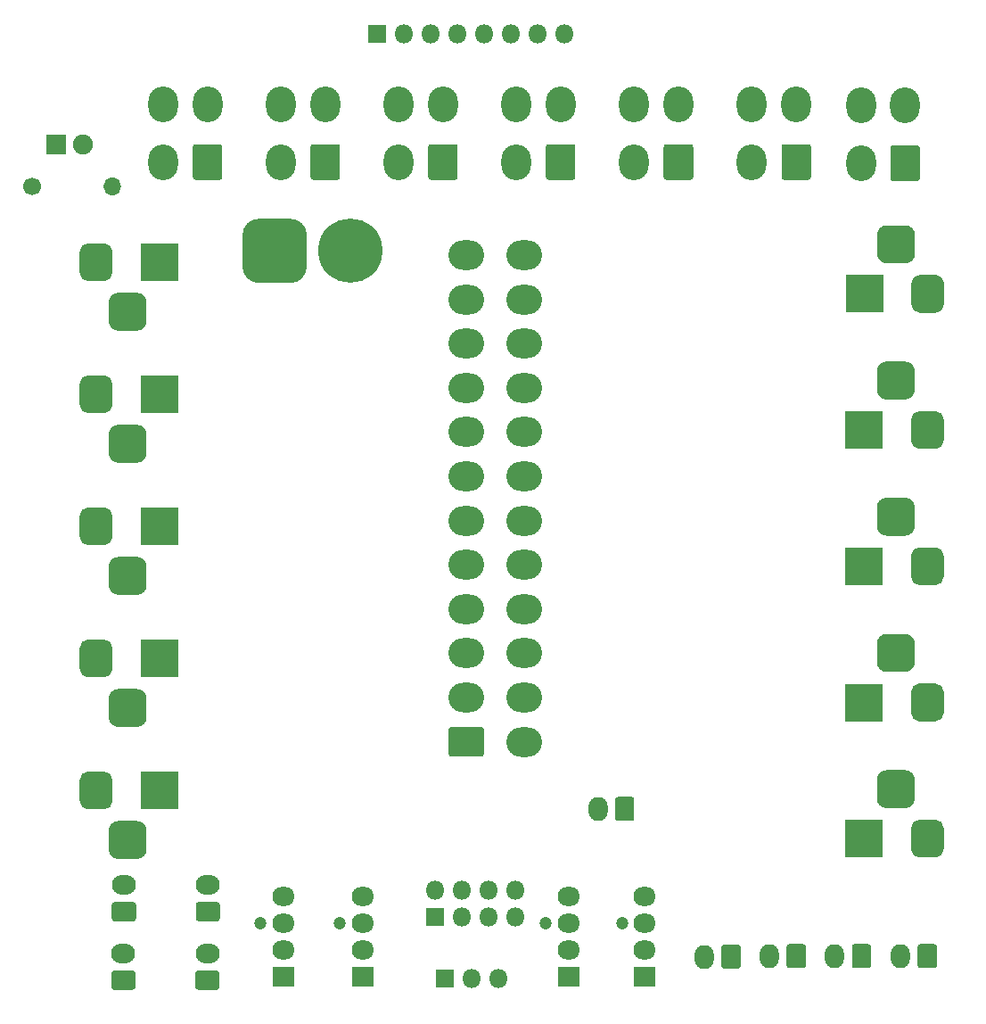
<source format=gbr>
%TF.GenerationSoftware,KiCad,Pcbnew,(5.1.6)-1*%
%TF.CreationDate,2021-08-28T14:53:19+10:00*%
%TF.ProjectId,Power Distro PCB V2,506f7765-7220-4446-9973-74726f205043,rev?*%
%TF.SameCoordinates,Original*%
%TF.FileFunction,Soldermask,Bot*%
%TF.FilePolarity,Negative*%
%FSLAX46Y46*%
G04 Gerber Fmt 4.6, Leading zero omitted, Abs format (unit mm)*
G04 Created by KiCad (PCBNEW (5.1.6)-1) date 2021-08-28 14:53:19*
%MOMM*%
%LPD*%
G01*
G04 APERTURE LIST*
%ADD10O,2.800000X3.400000*%
%ADD11O,1.800000X1.800000*%
%ADD12R,1.800000X1.800000*%
%ADD13C,6.100000*%
%ADD14O,1.700000X1.700000*%
%ADD15C,1.700000*%
%ADD16C,1.900000*%
%ADD17R,1.900000X1.900000*%
%ADD18R,3.600000X3.600000*%
%ADD19O,1.840000X2.290000*%
%ADD20O,2.290000X1.840000*%
%ADD21C,1.200000*%
%ADD22O,2.130000X1.830000*%
%ADD23R,2.130000X1.830000*%
%ADD24O,3.400000X2.800000*%
G04 APERTURE END LIST*
D10*
%TO.C,J35*%
X80661500Y-9203500D03*
X84861500Y-9203500D03*
X80661500Y-14703500D03*
G36*
G01*
X86261500Y-13262760D02*
X86261500Y-16144240D01*
G75*
G02*
X86002240Y-16403500I-259260J0D01*
G01*
X83720760Y-16403500D01*
G75*
G02*
X83461500Y-16144240I0J259260D01*
G01*
X83461500Y-13262760D01*
G75*
G02*
X83720760Y-13003500I259260J0D01*
G01*
X86002240Y-13003500D01*
G75*
G02*
X86261500Y-13262760I0J-259260D01*
G01*
G37*
%TD*%
D11*
%TO.C,J7*%
X52530500Y-2390500D03*
X49990500Y-2390500D03*
X47450500Y-2390500D03*
X44910500Y-2390500D03*
X42370500Y-2390500D03*
X39830500Y-2390500D03*
X37290500Y-2390500D03*
D12*
X34750500Y-2390500D03*
%TD*%
%TO.C,J34*%
G36*
G01*
X21931000Y-24547000D02*
X21931000Y-21497000D01*
G75*
G02*
X23456000Y-19972000I1525000J0D01*
G01*
X26506000Y-19972000D01*
G75*
G02*
X28031000Y-21497000I0J-1525000D01*
G01*
X28031000Y-24547000D01*
G75*
G02*
X26506000Y-26072000I-1525000J0D01*
G01*
X23456000Y-26072000D01*
G75*
G02*
X21931000Y-24547000I0J1525000D01*
G01*
G37*
D13*
X32181000Y-23022000D03*
%TD*%
D11*
%TO.C,J33*%
X46190000Y-92110000D03*
X43650000Y-92110000D03*
D12*
X41110000Y-92110000D03*
%TD*%
D10*
%TO.C,J2*%
X25590500Y-9090500D03*
X29790500Y-9090500D03*
X25590500Y-14590500D03*
G36*
G01*
X31190500Y-13149760D02*
X31190500Y-16031240D01*
G75*
G02*
X30931240Y-16290500I-259260J0D01*
G01*
X28649760Y-16290500D01*
G75*
G02*
X28390500Y-16031240I0J259260D01*
G01*
X28390500Y-13149760D01*
G75*
G02*
X28649760Y-12890500I259260J0D01*
G01*
X30931240Y-12890500D01*
G75*
G02*
X31190500Y-13149760I0J-259260D01*
G01*
G37*
%TD*%
%TO.C,J1*%
G36*
G01*
X20010500Y-13149760D02*
X20010500Y-16031240D01*
G75*
G02*
X19751240Y-16290500I-259260J0D01*
G01*
X17469760Y-16290500D01*
G75*
G02*
X17210500Y-16031240I0J259260D01*
G01*
X17210500Y-13149760D01*
G75*
G02*
X17469760Y-12890500I259260J0D01*
G01*
X19751240Y-12890500D01*
G75*
G02*
X20010500Y-13149760I0J-259260D01*
G01*
G37*
X14410500Y-14590500D03*
X18610500Y-9090500D03*
X14410500Y-9090500D03*
%TD*%
%TO.C,J6*%
G36*
G01*
X75910500Y-13149760D02*
X75910500Y-16031240D01*
G75*
G02*
X75651240Y-16290500I-259260J0D01*
G01*
X73369760Y-16290500D01*
G75*
G02*
X73110500Y-16031240I0J259260D01*
G01*
X73110500Y-13149760D01*
G75*
G02*
X73369760Y-12890500I259260J0D01*
G01*
X75651240Y-12890500D01*
G75*
G02*
X75910500Y-13149760I0J-259260D01*
G01*
G37*
X70310500Y-14590500D03*
X74510500Y-9090500D03*
X70310500Y-9090500D03*
%TD*%
%TO.C,J5*%
G36*
G01*
X64730500Y-13149760D02*
X64730500Y-16031240D01*
G75*
G02*
X64471240Y-16290500I-259260J0D01*
G01*
X62189760Y-16290500D01*
G75*
G02*
X61930500Y-16031240I0J259260D01*
G01*
X61930500Y-13149760D01*
G75*
G02*
X62189760Y-12890500I259260J0D01*
G01*
X64471240Y-12890500D01*
G75*
G02*
X64730500Y-13149760I0J-259260D01*
G01*
G37*
X59130500Y-14590500D03*
X63330500Y-9090500D03*
X59130500Y-9090500D03*
%TD*%
%TO.C,J4*%
G36*
G01*
X53550500Y-13149760D02*
X53550500Y-16031240D01*
G75*
G02*
X53291240Y-16290500I-259260J0D01*
G01*
X51009760Y-16290500D01*
G75*
G02*
X50750500Y-16031240I0J259260D01*
G01*
X50750500Y-13149760D01*
G75*
G02*
X51009760Y-12890500I259260J0D01*
G01*
X53291240Y-12890500D01*
G75*
G02*
X53550500Y-13149760I0J-259260D01*
G01*
G37*
X47950500Y-14590500D03*
X52150500Y-9090500D03*
X47950500Y-9090500D03*
%TD*%
%TO.C,J3*%
G36*
G01*
X42370500Y-13149760D02*
X42370500Y-16031240D01*
G75*
G02*
X42111240Y-16290500I-259260J0D01*
G01*
X39829760Y-16290500D01*
G75*
G02*
X39570500Y-16031240I0J259260D01*
G01*
X39570500Y-13149760D01*
G75*
G02*
X39829760Y-12890500I259260J0D01*
G01*
X42111240Y-12890500D01*
G75*
G02*
X42370500Y-13149760I0J-259260D01*
G01*
G37*
X36770500Y-14590500D03*
X40970500Y-9090500D03*
X36770500Y-9090500D03*
%TD*%
D14*
%TO.C,R1*%
X9600000Y-16900000D03*
D15*
X1980000Y-16900000D03*
%TD*%
D16*
%TO.C,D1*%
X6800000Y-12900000D03*
D17*
X4260000Y-12900000D03*
%TD*%
%TO.C,J21*%
G36*
G01*
X9223600Y-29700000D02*
X9223600Y-27900000D01*
G75*
G02*
X10123600Y-27000000I900000J0D01*
G01*
X11923600Y-27000000D01*
G75*
G02*
X12823600Y-27900000I0J-900000D01*
G01*
X12823600Y-29700000D01*
G75*
G02*
X11923600Y-30600000I-900000J0D01*
G01*
X10123600Y-30600000D01*
G75*
G02*
X9223600Y-29700000I0J900000D01*
G01*
G37*
G36*
G01*
X6473600Y-25125000D02*
X6473600Y-23075000D01*
G75*
G02*
X7248600Y-22300000I775000J0D01*
G01*
X8798600Y-22300000D01*
G75*
G02*
X9573600Y-23075000I0J-775000D01*
G01*
X9573600Y-25125000D01*
G75*
G02*
X8798600Y-25900000I-775000J0D01*
G01*
X7248600Y-25900000D01*
G75*
G02*
X6473600Y-25125000I0J775000D01*
G01*
G37*
D18*
X14023600Y-24100000D03*
%TD*%
%TO.C,J23*%
G36*
G01*
X9223600Y-54771600D02*
X9223600Y-52971600D01*
G75*
G02*
X10123600Y-52071600I900000J0D01*
G01*
X11923600Y-52071600D01*
G75*
G02*
X12823600Y-52971600I0J-900000D01*
G01*
X12823600Y-54771600D01*
G75*
G02*
X11923600Y-55671600I-900000J0D01*
G01*
X10123600Y-55671600D01*
G75*
G02*
X9223600Y-54771600I0J900000D01*
G01*
G37*
G36*
G01*
X6473600Y-50196600D02*
X6473600Y-48146600D01*
G75*
G02*
X7248600Y-47371600I775000J0D01*
G01*
X8798600Y-47371600D01*
G75*
G02*
X9573600Y-48146600I0J-775000D01*
G01*
X9573600Y-50196600D01*
G75*
G02*
X8798600Y-50971600I-775000J0D01*
G01*
X7248600Y-50971600D01*
G75*
G02*
X6473600Y-50196600I0J775000D01*
G01*
G37*
X14023600Y-49171600D03*
%TD*%
%TO.C,J25*%
G36*
G01*
X9223600Y-79843200D02*
X9223600Y-78043200D01*
G75*
G02*
X10123600Y-77143200I900000J0D01*
G01*
X11923600Y-77143200D01*
G75*
G02*
X12823600Y-78043200I0J-900000D01*
G01*
X12823600Y-79843200D01*
G75*
G02*
X11923600Y-80743200I-900000J0D01*
G01*
X10123600Y-80743200D01*
G75*
G02*
X9223600Y-79843200I0J900000D01*
G01*
G37*
G36*
G01*
X6473600Y-75268200D02*
X6473600Y-73218200D01*
G75*
G02*
X7248600Y-72443200I775000J0D01*
G01*
X8798600Y-72443200D01*
G75*
G02*
X9573600Y-73218200I0J-775000D01*
G01*
X9573600Y-75268200D01*
G75*
G02*
X8798600Y-76043200I-775000J0D01*
G01*
X7248600Y-76043200D01*
G75*
G02*
X6473600Y-75268200I0J775000D01*
G01*
G37*
X14023600Y-74243200D03*
%TD*%
%TO.C,J24*%
G36*
G01*
X9223600Y-67307400D02*
X9223600Y-65507400D01*
G75*
G02*
X10123600Y-64607400I900000J0D01*
G01*
X11923600Y-64607400D01*
G75*
G02*
X12823600Y-65507400I0J-900000D01*
G01*
X12823600Y-67307400D01*
G75*
G02*
X11923600Y-68207400I-900000J0D01*
G01*
X10123600Y-68207400D01*
G75*
G02*
X9223600Y-67307400I0J900000D01*
G01*
G37*
G36*
G01*
X6473600Y-62732400D02*
X6473600Y-60682400D01*
G75*
G02*
X7248600Y-59907400I775000J0D01*
G01*
X8798600Y-59907400D01*
G75*
G02*
X9573600Y-60682400I0J-775000D01*
G01*
X9573600Y-62732400D01*
G75*
G02*
X8798600Y-63507400I-775000J0D01*
G01*
X7248600Y-63507400D01*
G75*
G02*
X6473600Y-62732400I0J775000D01*
G01*
G37*
X14023600Y-61707400D03*
%TD*%
%TO.C,J22*%
G36*
G01*
X9223600Y-42235800D02*
X9223600Y-40435800D01*
G75*
G02*
X10123600Y-39535800I900000J0D01*
G01*
X11923600Y-39535800D01*
G75*
G02*
X12823600Y-40435800I0J-900000D01*
G01*
X12823600Y-42235800D01*
G75*
G02*
X11923600Y-43135800I-900000J0D01*
G01*
X10123600Y-43135800D01*
G75*
G02*
X9223600Y-42235800I0J900000D01*
G01*
G37*
G36*
G01*
X6473600Y-37660800D02*
X6473600Y-35610800D01*
G75*
G02*
X7248600Y-34835800I775000J0D01*
G01*
X8798600Y-34835800D01*
G75*
G02*
X9573600Y-35610800I0J-775000D01*
G01*
X9573600Y-37660800D01*
G75*
G02*
X8798600Y-38435800I-775000J0D01*
G01*
X7248600Y-38435800D01*
G75*
G02*
X6473600Y-37660800I0J775000D01*
G01*
G37*
X14023600Y-36635800D03*
%TD*%
%TO.C,J20*%
G36*
G01*
X85775200Y-73215200D02*
X85775200Y-75015200D01*
G75*
G02*
X84875200Y-75915200I-900000J0D01*
G01*
X83075200Y-75915200D01*
G75*
G02*
X82175200Y-75015200I0J900000D01*
G01*
X82175200Y-73215200D01*
G75*
G02*
X83075200Y-72315200I900000J0D01*
G01*
X84875200Y-72315200D01*
G75*
G02*
X85775200Y-73215200I0J-900000D01*
G01*
G37*
G36*
G01*
X88525200Y-77790200D02*
X88525200Y-79840200D01*
G75*
G02*
X87750200Y-80615200I-775000J0D01*
G01*
X86200200Y-80615200D01*
G75*
G02*
X85425200Y-79840200I0J775000D01*
G01*
X85425200Y-77790200D01*
G75*
G02*
X86200200Y-77015200I775000J0D01*
G01*
X87750200Y-77015200D01*
G75*
G02*
X88525200Y-77790200I0J-775000D01*
G01*
G37*
X80975200Y-78815200D03*
%TD*%
%TO.C,J19*%
G36*
G01*
X85775200Y-60286400D02*
X85775200Y-62086400D01*
G75*
G02*
X84875200Y-62986400I-900000J0D01*
G01*
X83075200Y-62986400D01*
G75*
G02*
X82175200Y-62086400I0J900000D01*
G01*
X82175200Y-60286400D01*
G75*
G02*
X83075200Y-59386400I900000J0D01*
G01*
X84875200Y-59386400D01*
G75*
G02*
X85775200Y-60286400I0J-900000D01*
G01*
G37*
G36*
G01*
X88525200Y-64861400D02*
X88525200Y-66911400D01*
G75*
G02*
X87750200Y-67686400I-775000J0D01*
G01*
X86200200Y-67686400D01*
G75*
G02*
X85425200Y-66911400I0J775000D01*
G01*
X85425200Y-64861400D01*
G75*
G02*
X86200200Y-64086400I775000J0D01*
G01*
X87750200Y-64086400D01*
G75*
G02*
X88525200Y-64861400I0J-775000D01*
G01*
G37*
X80975200Y-65886400D03*
%TD*%
%TO.C,J18*%
G36*
G01*
X85775200Y-47357600D02*
X85775200Y-49157600D01*
G75*
G02*
X84875200Y-50057600I-900000J0D01*
G01*
X83075200Y-50057600D01*
G75*
G02*
X82175200Y-49157600I0J900000D01*
G01*
X82175200Y-47357600D01*
G75*
G02*
X83075200Y-46457600I900000J0D01*
G01*
X84875200Y-46457600D01*
G75*
G02*
X85775200Y-47357600I0J-900000D01*
G01*
G37*
G36*
G01*
X88525200Y-51932600D02*
X88525200Y-53982600D01*
G75*
G02*
X87750200Y-54757600I-775000J0D01*
G01*
X86200200Y-54757600D01*
G75*
G02*
X85425200Y-53982600I0J775000D01*
G01*
X85425200Y-51932600D01*
G75*
G02*
X86200200Y-51157600I775000J0D01*
G01*
X87750200Y-51157600D01*
G75*
G02*
X88525200Y-51932600I0J-775000D01*
G01*
G37*
X80975200Y-52957600D03*
%TD*%
%TO.C,J17*%
G36*
G01*
X85775200Y-34428800D02*
X85775200Y-36228800D01*
G75*
G02*
X84875200Y-37128800I-900000J0D01*
G01*
X83075200Y-37128800D01*
G75*
G02*
X82175200Y-36228800I0J900000D01*
G01*
X82175200Y-34428800D01*
G75*
G02*
X83075200Y-33528800I900000J0D01*
G01*
X84875200Y-33528800D01*
G75*
G02*
X85775200Y-34428800I0J-900000D01*
G01*
G37*
G36*
G01*
X88525200Y-39003800D02*
X88525200Y-41053800D01*
G75*
G02*
X87750200Y-41828800I-775000J0D01*
G01*
X86200200Y-41828800D01*
G75*
G02*
X85425200Y-41053800I0J775000D01*
G01*
X85425200Y-39003800D01*
G75*
G02*
X86200200Y-38228800I775000J0D01*
G01*
X87750200Y-38228800D01*
G75*
G02*
X88525200Y-39003800I0J-775000D01*
G01*
G37*
X80975200Y-40028800D03*
%TD*%
%TO.C,J16*%
G36*
G01*
X85800000Y-21500000D02*
X85800000Y-23300000D01*
G75*
G02*
X84900000Y-24200000I-900000J0D01*
G01*
X83100000Y-24200000D01*
G75*
G02*
X82200000Y-23300000I0J900000D01*
G01*
X82200000Y-21500000D01*
G75*
G02*
X83100000Y-20600000I900000J0D01*
G01*
X84900000Y-20600000D01*
G75*
G02*
X85800000Y-21500000I0J-900000D01*
G01*
G37*
G36*
G01*
X88550000Y-26075000D02*
X88550000Y-28125000D01*
G75*
G02*
X87775000Y-28900000I-775000J0D01*
G01*
X86225000Y-28900000D01*
G75*
G02*
X85450000Y-28125000I0J775000D01*
G01*
X85450000Y-26075000D01*
G75*
G02*
X86225000Y-25300000I775000J0D01*
G01*
X87775000Y-25300000D01*
G75*
G02*
X88550000Y-26075000I0J-775000D01*
G01*
G37*
X81000000Y-27100000D03*
%TD*%
D19*
%TO.C,J32*%
X55676800Y-75996800D03*
G36*
G01*
X59136800Y-75116167D02*
X59136800Y-76877433D01*
G75*
G02*
X58872433Y-77141800I-264367J0D01*
G01*
X57561167Y-77141800D01*
G75*
G02*
X57296800Y-76877433I0J264367D01*
G01*
X57296800Y-75116167D01*
G75*
G02*
X57561167Y-74851800I264367J0D01*
G01*
X58872433Y-74851800D01*
G75*
G02*
X59136800Y-75116167I0J-264367D01*
G01*
G37*
%TD*%
D20*
%TO.C,J31*%
X10617200Y-89712800D03*
G36*
G01*
X11497833Y-93172800D02*
X9736567Y-93172800D01*
G75*
G02*
X9472200Y-92908433I0J264367D01*
G01*
X9472200Y-91597167D01*
G75*
G02*
X9736567Y-91332800I264367J0D01*
G01*
X11497833Y-91332800D01*
G75*
G02*
X11762200Y-91597167I0J-264367D01*
G01*
X11762200Y-92908433D01*
G75*
G02*
X11497833Y-93172800I-264367J0D01*
G01*
G37*
%TD*%
%TO.C,J30*%
X10668000Y-83210400D03*
G36*
G01*
X11548633Y-86670400D02*
X9787367Y-86670400D01*
G75*
G02*
X9523000Y-86406033I0J264367D01*
G01*
X9523000Y-85094767D01*
G75*
G02*
X9787367Y-84830400I264367J0D01*
G01*
X11548633Y-84830400D01*
G75*
G02*
X11813000Y-85094767I0J-264367D01*
G01*
X11813000Y-86406033D01*
G75*
G02*
X11548633Y-86670400I-264367J0D01*
G01*
G37*
%TD*%
%TO.C,J29*%
X18592800Y-89712800D03*
G36*
G01*
X19473433Y-93172800D02*
X17712167Y-93172800D01*
G75*
G02*
X17447800Y-92908433I0J264367D01*
G01*
X17447800Y-91597167D01*
G75*
G02*
X17712167Y-91332800I264367J0D01*
G01*
X19473433Y-91332800D01*
G75*
G02*
X19737800Y-91597167I0J-264367D01*
G01*
X19737800Y-92908433D01*
G75*
G02*
X19473433Y-93172800I-264367J0D01*
G01*
G37*
%TD*%
%TO.C,J28*%
X18643600Y-83210400D03*
G36*
G01*
X19524233Y-86670400D02*
X17762967Y-86670400D01*
G75*
G02*
X17498600Y-86406033I0J264367D01*
G01*
X17498600Y-85094767D01*
G75*
G02*
X17762967Y-84830400I264367J0D01*
G01*
X19524233Y-84830400D01*
G75*
G02*
X19788600Y-85094767I0J-264367D01*
G01*
X19788600Y-86406033D01*
G75*
G02*
X19524233Y-86670400I-264367J0D01*
G01*
G37*
%TD*%
D19*
%TO.C,J15*%
X84429600Y-89966800D03*
G36*
G01*
X87889600Y-89086167D02*
X87889600Y-90847433D01*
G75*
G02*
X87625233Y-91111800I-264367J0D01*
G01*
X86313967Y-91111800D01*
G75*
G02*
X86049600Y-90847433I0J264367D01*
G01*
X86049600Y-89086167D01*
G75*
G02*
X86313967Y-88821800I264367J0D01*
G01*
X87625233Y-88821800D01*
G75*
G02*
X87889600Y-89086167I0J-264367D01*
G01*
G37*
%TD*%
%TO.C,J14*%
X78181200Y-89966800D03*
G36*
G01*
X81641200Y-89086167D02*
X81641200Y-90847433D01*
G75*
G02*
X81376833Y-91111800I-264367J0D01*
G01*
X80065567Y-91111800D01*
G75*
G02*
X79801200Y-90847433I0J264367D01*
G01*
X79801200Y-89086167D01*
G75*
G02*
X80065567Y-88821800I264367J0D01*
G01*
X81376833Y-88821800D01*
G75*
G02*
X81641200Y-89086167I0J-264367D01*
G01*
G37*
%TD*%
%TO.C,J13*%
X71983600Y-89966800D03*
G36*
G01*
X75443600Y-89086167D02*
X75443600Y-90847433D01*
G75*
G02*
X75179233Y-91111800I-264367J0D01*
G01*
X73867967Y-91111800D01*
G75*
G02*
X73603600Y-90847433I0J264367D01*
G01*
X73603600Y-89086167D01*
G75*
G02*
X73867967Y-88821800I264367J0D01*
G01*
X75179233Y-88821800D01*
G75*
G02*
X75443600Y-89086167I0J-264367D01*
G01*
G37*
%TD*%
%TO.C,J12*%
X65786000Y-90017600D03*
G36*
G01*
X69246000Y-89136967D02*
X69246000Y-90898233D01*
G75*
G02*
X68981633Y-91162600I-264367J0D01*
G01*
X67670367Y-91162600D01*
G75*
G02*
X67406000Y-90898233I0J264367D01*
G01*
X67406000Y-89136967D01*
G75*
G02*
X67670367Y-88872600I264367J0D01*
G01*
X68981633Y-88872600D01*
G75*
G02*
X69246000Y-89136967I0J-264367D01*
G01*
G37*
%TD*%
D11*
%TO.C,J26*%
X47802800Y-83667600D03*
X47802800Y-86207600D03*
X45262800Y-83667600D03*
X45262800Y-86207600D03*
X42722800Y-83667600D03*
X42722800Y-86207600D03*
X40182800Y-83667600D03*
D12*
X40182800Y-86207600D03*
%TD*%
D21*
%TO.C,J10*%
X50722800Y-86868000D03*
D22*
X52882800Y-84328000D03*
X52882800Y-86868000D03*
X52882800Y-89408000D03*
D23*
X52882800Y-91948000D03*
%TD*%
D21*
%TO.C,J11*%
X57987200Y-86868000D03*
D22*
X60147200Y-84328000D03*
X60147200Y-86868000D03*
X60147200Y-89408000D03*
D23*
X60147200Y-91948000D03*
%TD*%
D21*
%TO.C,J9*%
X31198700Y-86868000D03*
D22*
X33358700Y-84328000D03*
X33358700Y-86868000D03*
X33358700Y-89408000D03*
D23*
X33358700Y-91948000D03*
%TD*%
D21*
%TO.C,J8*%
X23646400Y-86868000D03*
D22*
X25806400Y-84328000D03*
X25806400Y-86868000D03*
X25806400Y-89408000D03*
D23*
X25806400Y-91948000D03*
%TD*%
D24*
%TO.C,J27*%
X48680000Y-23418800D03*
X48680000Y-27618800D03*
X48680000Y-31818800D03*
X48680000Y-36018800D03*
X48680000Y-40218800D03*
X48680000Y-44418800D03*
X48680000Y-48618800D03*
X48680000Y-52818800D03*
X48680000Y-57018800D03*
X48680000Y-61218800D03*
X48680000Y-65418800D03*
X48680000Y-69618800D03*
X43180000Y-23418800D03*
X43180000Y-27618800D03*
X43180000Y-31818800D03*
X43180000Y-36018800D03*
X43180000Y-40218800D03*
X43180000Y-44418800D03*
X43180000Y-48618800D03*
X43180000Y-52818800D03*
X43180000Y-57018800D03*
X43180000Y-61218800D03*
X43180000Y-65418800D03*
G36*
G01*
X44620740Y-71018800D02*
X41739260Y-71018800D01*
G75*
G02*
X41480000Y-70759540I0J259260D01*
G01*
X41480000Y-68478060D01*
G75*
G02*
X41739260Y-68218800I259260J0D01*
G01*
X44620740Y-68218800D01*
G75*
G02*
X44880000Y-68478060I0J-259260D01*
G01*
X44880000Y-70759540D01*
G75*
G02*
X44620740Y-71018800I-259260J0D01*
G01*
G37*
%TD*%
M02*

</source>
